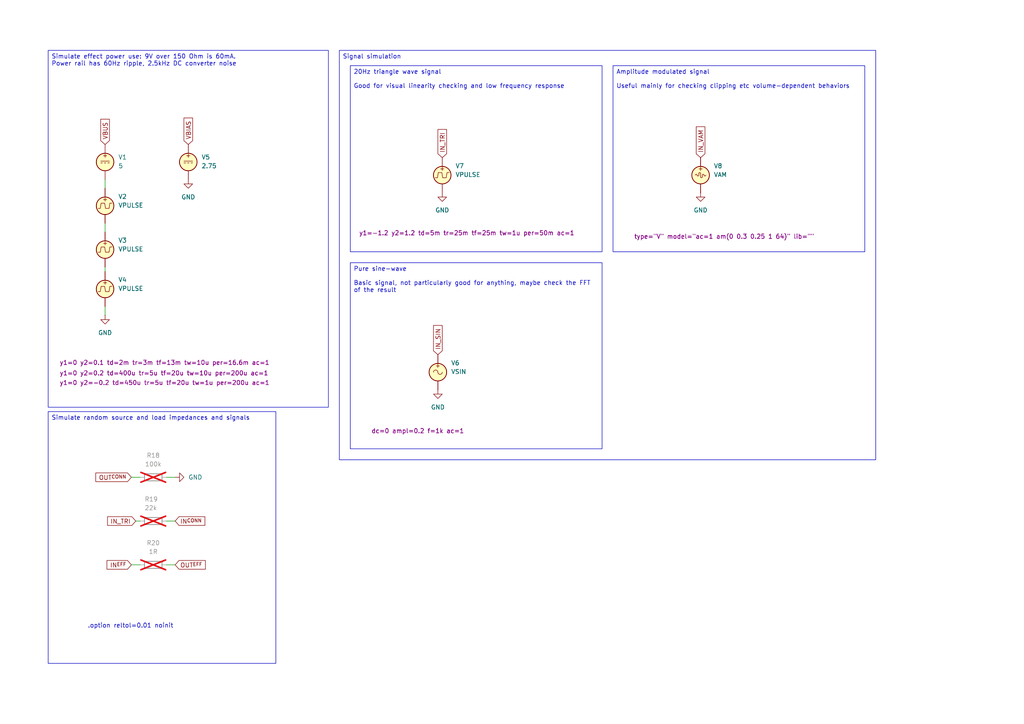
<source format=kicad_sch>
(kicad_sch (version 20250114) (generator "eeschema") (generator_version "9.0")
  (paper "A4")
  (title_block (title "Simulation infrastructure"))
  (lib_symbols
    (symbol "Device:R" (pin_numbers (hide yes)) (pin_names (offset 0))
      (property "Reference" "R" (at 2.032 0 90))
      (property "Value" "R" (at 0 0 90))
      (symbol "R_0_1"
        (rectangle (start -1.016 -2.54) (end 1.016 2.54) (stroke (width 0.254)))
      )
      (symbol "R_1_1"
        (pin passive line (at 0 3.81 270) (length 1.27) (name "~") (number "1"))
        (pin passive line (at 0 -3.81 90) (length 1.27) (name "~") (number "2"))
      )
    )
    (symbol "Simulation_SPICE:VAM" (pin_numbers (hide yes)) (pin_names (offset 0.0254))
      (property "Reference" "V" (at 2.54 2.54 0))
      (property "Value" "VAM" (at 2.54 0 0))
      (property "Sim.Params" "type=\"V\" model=\"am(1 0 1k 100k 1n)\" lib=\"\"" (at 2.54 -2.54 0))
      (symbol "VAM_0_0"
        (arc (start -0.508 0.508) (mid -0.254 0.7609) (end 0 0.508))
        (text "+" (at 0 1.905 0) (effects (font (size 1.27 1.27))))
      )
      (symbol "VAM_0_1"
        (arc (start -1.524 0) (mid -1.27 0.2529) (end -1.016 0))
        (arc (start -0.508 0) (mid -0.762 -0.2529) (end -1.016 0))
        (polyline (pts (xy -0.508 0.508) (xy -0.508 0)))
        (polyline (pts (xy 0 0.508) (xy 0 -0.508)))
        (circle (center 0 0) (radius 2.54) (stroke (width 0.254)) (fill (type background)))
        (arc (start 0.508 -0.508) (mid 0.254 -0.7609) (end 0 -0.508))
        (polyline (pts (xy 0.508 -0.508) (xy 0.508 0)))
        (arc (start 0.508 0) (mid 0.762 0.2529) (end 1.016 0))
        (arc (start 1.524 0) (mid 1.27 -0.2529) (end 1.016 0))
      )
      (symbol "VAM_1_1"
        (pin passive line (at 0 5.08 270) (length 2.54) (name "~") (number "1"))
        (pin passive line (at 0 -5.08 90) (length 2.54) (name "~") (number "2"))
      )
    )
    (symbol "Simulation_SPICE:VDC" (pin_numbers (hide yes)) (pin_names (offset 0.0254))
      (property "Reference" "V" (at 2.54 2.54 0))
      (property "Value" "1" (at 2.54 0 0))
      (symbol "VDC_0_0"
        (polyline (pts (xy -1.27 0.254) (xy 1.27 0.254)))
        (polyline (pts (xy -0.762 -0.254) (xy -1.27 -0.254)))
        (polyline (pts (xy 0.254 -0.254) (xy -0.254 -0.254)))
        (polyline (pts (xy 1.27 -0.254) (xy 0.762 -0.254)))
        (text "+" (at 0 1.905 0) (effects (font (size 1.27 1.27))))
      )
      (symbol "VDC_0_1"
        (circle (center 0 0) (radius 2.54) (stroke (width 0.254)) (fill (type background)))
      )
      (symbol "VDC_1_1"
        (pin passive line (at 0 5.08 270) (length 2.54) (name "~") (number "1"))
        (pin passive line (at 0 -5.08 90) (length 2.54) (name "~") (number "2"))
      )
    )
    (symbol "Simulation_SPICE:VPULSE" (pin_numbers (hide yes)) (pin_names (offset 0.0254))
      (property "Reference" "V" (at 2.54 2.54 0))
      (property "Value" "VPULSE" (at 2.54 0 0))
      (property "Sim.Params" "y1=0 y2=1 td=2n tr=2n tf=2n tw=50n per=100n" (at 2.54 -2.54 0))
      (symbol "VPULSE_0_0"
        (polyline (pts (xy -2.032 -0.762) (xy -1.397 -0.762) (xy -1.143 0.762) (xy -0.127 0.762) (xy 0.127 -0.762) (xy 1.143 -0.762) (xy 1.397 0.762) (xy 2.032 0.762)))
        (text "+" (at 0 1.905 0) (effects (font (size 1.27 1.27))))
      )
      (symbol "VPULSE_0_1"
        (circle (center 0 0) (radius 2.54) (stroke (width 0.254)) (fill (type background)))
      )
      (symbol "VPULSE_1_1"
        (pin passive line (at 0 5.08 270) (length 2.54) (name "~") (number "1"))
        (pin passive line (at 0 -5.08 90) (length 2.54) (name "~") (number "2"))
      )
    )
    (symbol "Simulation_SPICE:VSIN" (pin_numbers (hide yes)) (pin_names (offset 0.0254))
      (property "Reference" "V" (at 2.54 2.54 0))
      (property "Value" "VSIN" (at 2.54 0 0))
      (property "Sim.Params" "dc=0 ampl=1 f=1k ac=1" (at 2.54 -2.54 0))
      (symbol "VSIN_0_0"
        (arc (start -1.27 0) (mid -0.635 0.6323) (end 0 0))
        (arc (start 1.27 0) (mid 0.635 -0.6323) (end 0 0))
        (text "+" (at 0 1.905 0) (effects (font (size 1.27 1.27))))
      )
      (symbol "VSIN_0_1"
        (circle (center 0 0) (radius 2.54) (stroke (width 0.254)) (fill (type background)))
      )
      (symbol "VSIN_1_1"
        (pin passive line (at 0 5.08 270) (length 2.54) (name "~") (number "1"))
        (pin passive line (at 0 -5.08 90) (length 2.54) (name "~") (number "2"))
      )
    )
    (symbol "power:GND" (power) (pin_numbers (hide yes)) (pin_names (offset 0) (hide yes))
      (property "Value" "GND" (at 0 -3.81 0))
      (symbol "GND_0_1"
        (polyline (pts (xy 0 0) (xy 0 -1.27) (xy 1.27 -1.27) (xy 0 -2.54) (xy -1.27 -1.27) (xy 0 -1.27)))
      )
      (symbol "GND_1_1"
        (pin power_in line (at 0 0 270) (length 0) (name "~") (number "1"))
      )
    )
  )
  (text ".option reltol=0.01 noinit" (at 25.4 181.61 0) (effects (font (size 1.27 1.27)) (justify left)))
  (text_box "Simulate effect power use: 9V over 150 Ohm is 60mA.\nPower rail has 60Hz ripple, 2.5kHz DC converter noise" (at 13.97 14.605 0) (size 81.28 103.505) (margins 0.9525 0.9525 0.9525 0.9525) (effects (font (size 1.27 1.27)) (justify left top)))
  (text_box "Amplitude modulated signal\n\nUseful mainly for checking clipping etc volume-dependent behaviors" (at 177.8 19.05 0) (size 73.025 53.975) (margins 0.9525 0.9525 0.9525 0.9525) (effects (font (size 1.27 1.27)) (justify left top)))
  (text_box "Pure sine-wave\n\nBasic signal, not particularly good for anything, maybe check the FFT of the result" (at 101.6 76.2 0) (size 73.025 53.975) (margins 0.9525 0.9525 0.9525 0.9525) (effects (font (size 1.27 1.27)) (justify left top)))
  (text_box "Simulate random source and load impedances and signals" (at 13.97 119.38 0) (size 66.04 73.025) (margins 0.9525 0.9525 0.9525 0.9525) (effects (font (size 1.27 1.27)) (justify left top)))
  (text_box "20Hz triangle wave signal\n\nGood for visual linearity checking and low frequency response" (at 101.6 19.05 0) (size 73.025 53.975) (margins 0.9525 0.9525 0.9525 0.9525) (effects (font (size 1.27 1.27)) (justify left top)))
  (text_box "Signal simulation" (at 98.425 14.605 0) (size 155.575 118.745) (margins 0.9525 0.9525 0.9525 0.9525) (effects (font (size 1.27 1.27)) (justify left top)))
  (wire (pts (xy 30.48 77.47) (xy 30.48 78.74)))
  (wire (pts (xy 50.8 151.13) (xy 48.26 151.13)))
  (wire (pts (xy 30.48 52.07) (xy 30.48 54.61)))
  (wire (pts (xy 30.48 88.9) (xy 30.48 91.44)))
  (wire (pts (xy 38.1 163.83) (xy 40.64 163.83)))
  (wire (pts (xy 48.26 163.83) (xy 50.8 163.83)))
  (wire (pts (xy 40.64 151.13) (xy 39.37 151.13)))
  (wire (pts (xy 30.48 64.77) (xy 30.48 67.31)))
  (wire (pts (xy 38.1 138.43) (xy 40.64 138.43)))
  (wire (pts (xy 48.26 138.43) (xy 50.8 138.43)))
  (global_label "IN_SIN" (shape input) (at 127 102.87 90) (property "Intersheetrefs" "${INTERSHEET_REFS}" (effects (hide yes))))
  (global_label "IN^{CONN}" (shape input) (at 50.8 151.13 0) (property "Intersheetrefs" "${INTERSHEET_REFS}" (effects (hide yes))))
  (global_label "VBIAS" (shape input) (at 54.61 41.91 90) (property "Intersheetrefs" "${INTERSHEET_REFS}" (effects (hide yes))))
  (global_label "VBUS" (shape input) (at 30.48 41.91 90) (property "Intersheetrefs" "${INTERSHEET_REFS}" (effects (hide yes))))
  (global_label "IN_TRI" (shape input) (at 128.27 45.72 90) (property "Intersheetrefs" "${INTERSHEET_REFS}" (effects (hide yes))))
  (global_label "IN^{EFF}" (shape input) (at 38.1 163.83 180) (property "Intersheetrefs" "${INTERSHEET_REFS}" (effects (hide yes))))
  (global_label "IN_TRI" (shape input) (at 39.37 151.13 180) (property "Intersheetrefs" "${INTERSHEET_REFS}" (effects (hide yes))))
  (global_label "OUT^{CONN}" (shape input) (at 38.1 138.43 180) (property "Intersheetrefs" "${INTERSHEET_REFS}" (effects (hide yes))))
  (global_label "OUT^{EFF}" (shape input) (at 50.8 163.83 0) (property "Intersheetrefs" "${INTERSHEET_REFS}" (effects (hide yes))))
  (global_label "IN_VAM" (shape input) (at 203.2 45.72 90) (property "Intersheetrefs" "${INTERSHEET_REFS}" (effects (hide yes))))
  (symbol (lib_id "power:GND") (at 127 113.03 0) (unit 1)
    (property "Reference" "#PWR0404" (effects (hide yes)))
    (property "Value" "GND" (at 127 118.11 0))
    (property "Description" "Power symbol creates a global label with name \"GND\" , ground" (effects (hide yes)))
  )
  (symbol (lib_id "Simulation_SPICE:VSIN") (at 127 107.95 0) (unit 1) (in_bom no) (on_board no)
    (property "Reference" "V6" (at 130.81 105.2801 0) (effects (justify left)))
    (property "Value" "VSIN" (at 130.81 107.8201 0) (effects (justify left)))
    (property "Datasheet" "https://ngspice.sourceforge.io/docs/ngspice-html-manual/manual.xhtml#sec_Independent_Sources_for" (effects (hide yes)))
    (property "Description" "Voltage source, sinusoidal" (effects (hide yes)))
    (property "Sim.Pins" "1=+ 2=-" (effects (hide yes)))
    (property "Sim.Params" "dc=0 ampl=0.2 f=1k ac=1" (at 107.696 124.968 0) (effects (justify left)))
    (property "Sim.Type" "SIN" (effects (hide yes)))
    (property "Sim.Device" "V" (effects (hide yes)))
  )
  (symbol (lib_id "Simulation_SPICE:VAM") (at 203.2 50.8 0) (unit 1) (in_bom no) (on_board no)
    (property "Reference" "V8" (at 207.01 48.1301 0) (effects (justify left)))
    (property "Value" "VAM" (at 207.01 50.6701 0) (effects (justify left)))
    (property "Datasheet" "https://ngspice.sourceforge.io/docs/ngspice-html-manual/manual.xhtml#sec_Independent_Sources_for" (effects (hide yes)))
    (property "Description" "Voltage source, AM" (effects (hide yes)))
    (property "Sim.Pins" "1=1 2=2" (effects (hide yes)))
    (property "Sim.Device" "SPICE" (effects (hide yes)))
    (property "Sim.Params" "type=\"V\" model=\"ac=1 am(0 0.3 0.25 1 64)\" lib=\"\"" (at 183.896 68.58 0) (effects (justify left)))
  )
  (symbol (lib_id "Device:R") (at 44.45 138.43 270) (unit 1) (in_bom no) (on_board no) (dnp yes)
    (property "Reference" "R18" (at 44.45 132.08 90))
    (property "Value" "100k" (at 44.45 134.62 90))
    (property "Description" "Resistor" (effects (hide yes)))
  )
  (symbol (lib_id "Simulation_SPICE:VDC") (at 54.61 46.99 0) (unit 1) (in_bom no) (on_board no)
    (property "Reference" "V5" (at 58.42 45.5901 0) (effects (justify left)))
    (property "Value" "2.75" (at 58.42 48.1301 0) (effects (justify left)))
    (property "Datasheet" "https://ngspice.sourceforge.io/docs/ngspice-html-manual/manual.xhtml#sec_Independent_Sources_for" (effects (hide yes)))
    (property "Description" "Voltage source, DC" (effects (hide yes)))
    (property "Sim.Pins" "1=+ 2=-" (effects (hide yes)))
    (property "Sim.Type" "DC" (effects (hide yes)))
    (property "Sim.Device" "V" (effects (hide yes)))
  )
  (symbol (lib_id "Simulation_SPICE:VPULSE") (at 30.48 59.69 0) (unit 1) (in_bom no) (on_board no)
    (property "Reference" "V2" (at 34.29 57.0201 0) (effects (justify left)))
    (property "Value" "VPULSE" (at 34.29 59.5601 0) (effects (justify left)))
    (property "Datasheet" "https://ngspice.sourceforge.io/docs/ngspice-html-manual/manual.xhtml#sec_Independent_Sources_for" (effects (hide yes)))
    (property "Description" "Voltage source, pulse" (effects (hide yes)))
    (property "Sim.Pins" "1=+ 2=-" (effects (hide yes)))
    (property "Sim.Type" "PULSE" (effects (hide yes)))
    (property "Sim.Device" "V" (effects (hide yes)))
    (property "Sim.Params" "y1=0 y2=0.1 td=2m tr=3m tf=13m tw=10u per=16.6m ac=1" (at 17.272 105.156 0) (effects (justify left)))
  )
  (symbol (lib_id "power:GND") (at 50.8 138.43 90) (unit 1)
    (property "Reference" "#PWR0402" (effects (hide yes)))
    (property "Value" "GND" (at 54.61 138.4299 90) (effects (justify right)))
    (property "Description" "Power symbol creates a global label with name \"GND\" , ground" (effects (hide yes)))
  )
  (symbol (lib_id "power:GND") (at 30.48 91.44 0) (unit 1)
    (property "Reference" "#PWR0401" (effects (hide yes)))
    (property "Value" "GND" (at 30.48 96.52 0))
    (property "Description" "Power symbol creates a global label with name \"GND\" , ground" (effects (hide yes)))
  )
  (symbol (lib_id "Device:R") (at 44.45 151.13 270) (unit 1) (in_bom no) (on_board no) (dnp yes)
    (property "Reference" "R19" (at 41.91 144.7799 90) (effects (justify left)))
    (property "Value" "22k" (at 41.91 147.3199 90) (effects (justify left)))
    (property "Description" "Resistor" (effects (hide yes)))
  )
  (symbol (lib_id "Simulation_SPICE:VPULSE") (at 128.27 50.8 0) (unit 1) (in_bom no) (on_board no)
    (property "Reference" "V7" (at 132.08 48.1301 0) (effects (justify left)))
    (property "Value" "VPULSE" (at 132.08 50.6701 0) (effects (justify left)))
    (property "Datasheet" "https://ngspice.sourceforge.io/docs/ngspice-html-manual/manual.xhtml#sec_Independent_Sources_for" (effects (hide yes)))
    (property "Description" "Voltage source, pulse" (effects (hide yes)))
    (property "Sim.Pins" "1=+ 2=-" (effects (hide yes)))
    (property "Sim.Type" "PULSE" (effects (hide yes)))
    (property "Sim.Device" "V" (effects (hide yes)))
    (property "Sim.Params" "y1=-1.2 y2=1.2 td=5m tr=25m tf=25m tw=1u per=50m ac=1" (at 104.14 67.564 0) (effects (justify left)))
  )
  (symbol (lib_id "power:GND") (at 128.27 55.88 0) (unit 1)
    (property "Reference" "#PWR0405" (effects (hide yes)))
    (property "Value" "GND" (at 128.27 60.96 0))
    (property "Description" "Power symbol creates a global label with name \"GND\" , ground" (effects (hide yes)))
  )
  (symbol (lib_id "Simulation_SPICE:VDC") (at 30.48 46.99 0) (unit 1) (in_bom no) (on_board no)
    (property "Reference" "V1" (at 34.29 45.5901 0) (effects (justify left)))
    (property "Value" "5" (at 34.29 48.1301 0) (effects (justify left)))
    (property "Datasheet" "https://ngspice.sourceforge.io/docs/ngspice-html-manual/manual.xhtml#sec_Independent_Sources_for" (effects (hide yes)))
    (property "Description" "Voltage source, DC" (effects (hide yes)))
    (property "Sim.Pins" "1=+ 2=-" (effects (hide yes)))
    (property "Sim.Type" "DC" (effects (hide yes)))
    (property "Sim.Device" "V" (effects (hide yes)))
  )
  (symbol (lib_id "power:GND") (at 54.61 52.07 0) (unit 1)
    (property "Reference" "#PWR0403" (effects (hide yes)))
    (property "Value" "GND" (at 54.61 57.15 0))
    (property "Description" "Power symbol creates a global label with name \"GND\" , ground" (effects (hide yes)))
  )
  (symbol (lib_id "Simulation_SPICE:VPULSE") (at 30.48 83.82 0) (unit 1) (in_bom no) (on_board no)
    (property "Reference" "V4" (at 34.29 81.1501 0) (effects (justify left)))
    (property "Value" "VPULSE" (at 34.29 83.6901 0) (effects (justify left)))
    (property "Datasheet" "https://ngspice.sourceforge.io/docs/ngspice-html-manual/manual.xhtml#sec_Independent_Sources_for" (effects (hide yes)))
    (property "Description" "Voltage source, pulse" (effects (hide yes)))
    (property "Sim.Pins" "1=+ 2=-" (effects (hide yes)))
    (property "Sim.Type" "PULSE" (effects (hide yes)))
    (property "Sim.Device" "V" (effects (hide yes)))
    (property "Sim.Params" "y1=0 y2=-0.2 td=450u tr=5u tf=20u tw=1u per=200u ac=1" (at 17.272 110.998 0) (effects (justify left)))
  )
  (symbol (lib_id "Simulation_SPICE:VPULSE") (at 30.48 72.39 0) (unit 1) (in_bom no) (on_board no)
    (property "Reference" "V3" (at 34.29 69.7201 0) (effects (justify left)))
    (property "Value" "VPULSE" (at 34.29 72.2601 0) (effects (justify left)))
    (property "Datasheet" "https://ngspice.sourceforge.io/docs/ngspice-html-manual/manual.xhtml#sec_Independent_Sources_for" (effects (hide yes)))
    (property "Description" "Voltage source, pulse" (effects (hide yes)))
    (property "Sim.Pins" "1=+ 2=-" (effects (hide yes)))
    (property "Sim.Type" "PULSE" (effects (hide yes)))
    (property "Sim.Device" "V" (effects (hide yes)))
    (property "Sim.Params" "y1=0 y2=0.2 td=400u tr=5u tf=20u tw=10u per=200u ac=1" (at 17.272 108.204 0) (effects (justify left)))
  )
  (symbol (lib_id "power:GND") (at 203.2 55.88 0) (unit 1)
    (property "Reference" "#PWR0406" (effects (hide yes)))
    (property "Value" "GND" (at 203.2 60.96 0))
    (property "Description" "Power symbol creates a global label with name \"GND\" , ground" (effects (hide yes)))
  )
  (symbol (lib_id "Device:R") (at 44.45 163.83 270) (unit 1) (in_bom no) (on_board no) (dnp yes)
    (property "Reference" "R20" (at 44.45 157.48 90))
    (property "Value" "1R" (at 44.45 160.02 90))
    (property "Description" "Resistor" (effects (hide yes)))
  )
)
</source>
